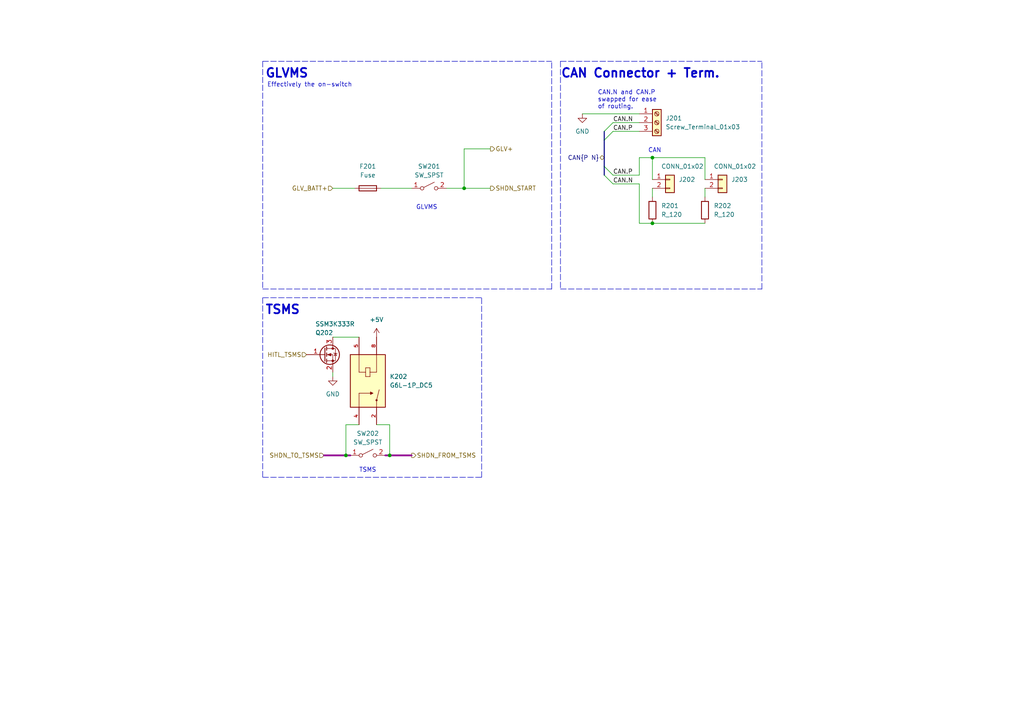
<source format=kicad_sch>
(kicad_sch (version 20211123) (generator eeschema)
  (paper "A4")
  (lib_symbols
    (symbol "Connector:Screw_Terminal_01x03" (pin_names (offset 1.016) hide)
      (property "Reference" "J" (at 0 5.08 0))
      (property "Value" "Screw_Terminal_01x03" (at 0 -5.08 0))
      (symbol "Screw_Terminal_01x03_1_1"
        (rectangle (start -1.27 3.81) (end 1.27 -3.81) (stroke (width 0.254)) (fill (type background)))
        (circle (center 0 -2.54) (radius 0.635) (stroke (width 0.1524)))
        (polyline (pts (xy -0.5334 -2.2098) (xy 0.3302 -3.048)) (stroke (width 0.1524)))
        (polyline (pts (xy -0.5334 0.3302) (xy 0.3302 -0.508)) (stroke (width 0.1524)))
        (polyline (pts (xy -0.5334 2.8702) (xy 0.3302 2.032)) (stroke (width 0.1524)))
        (polyline (pts (xy -0.3556 -2.032) (xy 0.508 -2.8702)) (stroke (width 0.1524)))
        (polyline (pts (xy -0.3556 0.508) (xy 0.508 -0.3302)) (stroke (width 0.1524)))
        (polyline (pts (xy -0.3556 3.048) (xy 0.508 2.2098)) (stroke (width 0.1524)))
        (circle (center 0 0) (radius 0.635) (stroke (width 0.1524)))
        (circle (center 0 2.54) (radius 0.635) (stroke (width 0.1524)))
        (pin passive line (at -5.08 2.54 0) (length 3.81) (name "Pin_1") (number "1"))
        (pin passive line (at -5.08 0 0) (length 3.81) (name "Pin_2") (number "2"))
        (pin passive line (at -5.08 -2.54 0) (length 3.81) (name "Pin_3") (number "3"))
      )
    )
    (symbol "Device:Fuse" (pin_numbers hide) (pin_names (offset 0))
      (property "Reference" "F" (at 2.032 0 90))
      (property "Value" "Fuse" (at -1.905 0 90))
      (symbol "Fuse_0_1"
        (rectangle (start -0.762 -2.54) (end 0.762 2.54) (stroke (width 0.254)))
        (polyline (pts (xy 0 2.54) (xy 0 -2.54)))
      )
      (symbol "Fuse_1_1"
        (pin passive line (at 0 3.81 270) (length 1.27) (name "~") (number "1"))
        (pin passive line (at 0 -3.81 90) (length 1.27) (name "~") (number "2"))
      )
    )
    (symbol "G6L-1P_DC5_2" (pin_names (offset 1.016))
      (property "Reference" "K" (at -7.62 6.35 0))
      (property "Value" "G6L-1P_DC5_2" (at -7.62 -7.62 0))
      (symbol "G6L-1P_DC5_2_0_0"
        (rectangle (start -7.62 -5.08) (end 7.62 5.08) (stroke (width 0.254)) (fill (type background)))
        (polyline (pts (xy -7.62 -2.54) (xy -2.54 -2.54)) (stroke (width 0.1524)))
        (polyline (pts (xy -7.62 2.54) (xy -2.54 2.54)) (stroke (width 0.1524)))
        (polyline (pts (xy -3.81 -0.635) (xy -3.81 0.635)) (stroke (width 0.1524)))
        (polyline (pts (xy -3.81 0.635) (xy -2.54 0.635)) (stroke (width 0.1524)))
        (polyline (pts (xy -2.54 -0.635) (xy -3.81 -0.635)) (stroke (width 0.1524)))
        (polyline (pts (xy -2.54 -0.635) (xy -2.54 -2.54)) (stroke (width 0.1524)))
        (polyline (pts (xy -2.54 0.635) (xy -1.27 0.635)) (stroke (width 0.1524)))
        (polyline (pts (xy -2.54 2.54) (xy -2.54 0.635)) (stroke (width 0.1524)))
        (polyline (pts (xy -1.27 -0.635) (xy -2.54 -0.635)) (stroke (width 0.1524)))
        (polyline (pts (xy -1.27 0.635) (xy -1.27 -0.635)) (stroke (width 0.1524)))
        (polyline (pts (xy 3.556 -2.54) (xy 3.556 0.762)) (stroke (width 0.1524)))
        (polyline (pts (xy 5.588 2.54) (xy 2.54 3.302)) (stroke (width 0.1524)))
        (polyline (pts (xy 7.62 -2.54) (xy 3.556 -2.54)) (stroke (width 0.1524)))
        (polyline (pts (xy 7.62 2.54) (xy 5.588 2.54)) (stroke (width 0.1524)))
        (polyline (pts (xy 3.175 0.762) (xy 3.937 0.762) (xy 3.556 1.524) (xy 3.175 0.762)) (stroke (width 0.1524)) (fill (type outline)))
        (circle (center 5.588 2.54) (radius 0.1524) (stroke (width 0.3048)))
        (pin passive line (at 12.7 2.54 180) (length 5.08) (name "~") (number "2"))
        (pin passive line (at 12.7 -2.54 180) (length 5.08) (name "~") (number "4"))
        (pin passive line (at -12.7 -2.54 0) (length 5.08) (name "~") (number "5"))
        (pin passive line (at -12.7 2.54 0) (length 5.08) (name "~") (number "8"))
      )
    )
    (symbol "Switch:SW_SPST" (pin_names (offset 0) hide)
      (property "Reference" "SW" (at 0 3.175 0))
      (property "Value" "SW_SPST" (at 0 -2.54 0))
      (symbol "SW_SPST_0_0"
        (circle (center -2.032 0) (radius 0.508))
        (polyline (pts (xy -1.524 0.254) (xy 1.524 1.778)))
        (circle (center 2.032 0) (radius 0.508))
      )
      (symbol "SW_SPST_1_1"
        (pin passive line (at -5.08 0 0) (length 2.54) (name "A") (number "1"))
        (pin passive line (at 5.08 0 180) (length 2.54) (name "B") (number "2"))
      )
    )
    (symbol "formula:CONN_01x02" (pin_names (offset 1.016) hide)
      (property "Reference" "J" (at 0 2.54 0))
      (property "Value" "CONN_01x02" (at 0 -5.08 0))
      (symbol "CONN_01x02_1_1"
        (rectangle (start -1.27 -2.413) (end 0 -2.667) (stroke (width 0.1524)))
        (rectangle (start -1.27 0.127) (end 0 -0.127) (stroke (width 0.1524)))
        (rectangle (start -1.27 1.27) (end 1.27 -3.81) (stroke (width 0.254)) (fill (type background)))
        (pin passive line (at -5.08 0 0) (length 3.81) (name "Pin_1") (number "1"))
        (pin passive line (at -5.08 -2.54 0) (length 3.81) (name "Pin_2") (number "2"))
      )
    )
    (symbol "formula:R_120" (pin_numbers hide) (pin_names (offset 0))
      (property "Reference" "R" (at 2.032 0 90))
      (property "Value" "R_120" (at -2.54 0 90))
      (symbol "R_120_0_1"
        (rectangle (start -1.016 -2.54) (end 1.016 2.54) (stroke (width 0.254)))
      )
      (symbol "R_120_1_1"
        (pin passive line (at 0 3.81 270) (length 1.27) (name "~") (number "1"))
        (pin passive line (at 0 -3.81 90) (length 1.27) (name "~") (number "2"))
      )
    )
    (symbol "formula:SSM3K333R" (pin_names (offset 0) hide)
      (property "Reference" "Q" (at 5.08 1.905 0))
      (property "Value" "SSM3K333R" (at 5.08 0 0))
      (symbol "SSM3K333R_0_1"
        (polyline (pts (xy 0.762 -1.778) (xy 2.54 -1.778)))
        (polyline (pts (xy 0.762 -1.27) (xy 0.762 -2.286)) (stroke (width 0.254)))
        (polyline (pts (xy 0.762 0) (xy 2.54 0)))
        (polyline (pts (xy 0.762 0.508) (xy 0.762 -0.508)) (stroke (width 0.254)))
        (polyline (pts (xy 0.762 1.778) (xy 2.54 1.778)))
        (polyline (pts (xy 0.762 2.286) (xy 0.762 1.27)) (stroke (width 0.254)))
        (polyline (pts (xy 2.54 -1.778) (xy 2.54 -2.54)))
        (polyline (pts (xy 2.54 -1.778) (xy 2.54 0)))
        (polyline (pts (xy 2.54 2.54) (xy 2.54 1.778)))
        (polyline (pts (xy 0.254 1.905) (xy 0.254 -1.905) (xy 0.254 -1.905)) (stroke (width 0.254)))
        (polyline (pts (xy 1.016 0) (xy 2.032 0.381) (xy 2.032 -0.381) (xy 1.016 0)) (fill (type outline)))
        (polyline (pts (xy 2.54 -1.778) (xy 3.302 -1.778) (xy 3.302 1.778) (xy 2.54 1.778)))
        (polyline (pts (xy 2.794 0.508) (xy 2.921 0.381) (xy 3.683 0.381) (xy 3.81 0.254)))
        (polyline (pts (xy 3.302 0.381) (xy 2.921 -0.254) (xy 3.683 -0.254) (xy 3.302 0.381)))
        (circle (center 1.651 0) (radius 2.8194) (stroke (width 0.254)))
        (circle (center 2.54 -1.778) (radius 0.2794) (fill (type outline)))
        (circle (center 2.54 1.778) (radius 0.2794) (fill (type outline)))
      )
      (symbol "SSM3K333R_1_1"
        (pin input line (at -5.08 0 0) (length 5.334) (name "G") (number "1"))
        (pin passive line (at 2.54 -5.08 90) (length 2.54) (name "S") (number "2"))
        (pin passive line (at 2.54 5.08 270) (length 2.54) (name "D") (number "3"))
      )
    )
    (symbol "power:+5V" (power) (pin_names (offset 0))
      (property "Value" "+5V" (at 0 3.556 0))
      (symbol "+5V_0_1"
        (polyline (pts (xy -0.762 1.27) (xy 0 2.54)))
        (polyline (pts (xy 0 0) (xy 0 2.54)))
        (polyline (pts (xy 0 2.54) (xy 0.762 1.27)))
      )
      (symbol "+5V_1_1"
        (pin power_in line (at 0 0 90) (length 0) hide (name "+5V") (number "1"))
      )
    )
    (symbol "power:GND" (power) (pin_names (offset 0))
      (property "Value" "GND" (at 0 -3.81 0))
      (symbol "GND_0_1"
        (polyline (pts (xy 0 0) (xy 0 -1.27) (xy 1.27 -1.27) (xy 0 -2.54) (xy -1.27 -1.27) (xy 0 -1.27)))
      )
      (symbol "GND_1_1"
        (pin power_in line (at 0 0 270) (length 0) hide (name "GND") (number "1"))
      )
    )
  )
  (junction (at 113.03 132.08))
  (junction (at 189.23 45.72))
  (junction (at 134.62 54.61))
  (junction (at 189.23 64.77))
  (junction (at 100.33 132.08))
  (bus_entry (at 177.8 53.34) (size -2.54 -2.54))
  (bus_entry (at 175.26 40.64) (size 2.54 -2.54))
  (bus_entry (at 175.26 38.1) (size 2.54 -2.54))
  (bus_entry (at 177.8 50.8) (size -2.54 -2.54))
  (wire (pts (xy 177.8 50.8) (xy 185.42 50.8)))
  (wire (pts (xy 189.23 54.61) (xy 189.23 57.15)))
  (wire (pts (xy 113.03 132.08) (xy 119.38 132.08)) (stroke (width 0.508) (color 132 0 132 1)))
  (wire (pts (xy 168.91 33.02) (xy 185.42 33.02)))
  (wire (pts (xy 189.23 45.72) (xy 189.23 52.07)))
  (wire (pts (xy 129.54 54.61) (xy 134.62 54.61)))
  (bus (pts (xy 175.26 40.64) (xy 175.26 48.26)))
  (wire (pts (xy 185.42 64.77) (xy 189.23 64.77)))
  (wire (pts (xy 134.62 43.18) (xy 142.24 43.18)))
  (polyline (pts (xy 162.56 17.78) (xy 220.98 17.78)))
  (polyline (pts (xy 76.2 138.43) (xy 139.7 138.43)))
  (wire (pts (xy 110.49 54.61) (xy 119.38 54.61)))
  (polyline (pts (xy 76.2 17.78) (xy 160.02 17.78)))
  (wire (pts (xy 185.42 53.34) (xy 185.42 64.77)))
  (wire (pts (xy 100.33 123.19) (xy 100.33 132.08)))
  (polyline (pts (xy 162.56 17.78) (xy 162.56 83.82)))
  (polyline (pts (xy 76.2 17.78) (xy 76.2 83.82)))
  (polyline (pts (xy 160.02 83.82) (xy 160.02 17.78)))
  (polyline (pts (xy 139.7 138.43) (xy 139.7 86.36)))
  (wire (pts (xy 134.62 54.61) (xy 142.24 54.61)))
  (wire (pts (xy 177.8 53.34) (xy 185.42 53.34)))
  (polyline (pts (xy 162.56 83.82) (xy 220.98 83.82)))
  (wire (pts (xy 177.8 35.56) (xy 185.42 35.56)))
  (bus (pts (xy 175.26 38.1) (xy 175.26 40.64)))
  (wire (pts (xy 109.22 123.19) (xy 113.03 123.19)))
  (wire (pts (xy 189.23 45.72) (xy 204.47 45.72)))
  (wire (pts (xy 204.47 45.72) (xy 204.47 52.07)))
  (wire (pts (xy 177.8 38.1) (xy 185.42 38.1)))
  (wire (pts (xy 96.52 107.95) (xy 96.52 109.22)))
  (wire (pts (xy 113.03 123.19) (xy 113.03 132.08)))
  (polyline (pts (xy 220.98 83.82) (xy 220.98 17.78)))
  (polyline (pts (xy 76.2 83.82) (xy 160.02 83.82)))
  (wire (pts (xy 100.33 132.08) (xy 101.6 132.08)) (stroke (width 0.508) (color 132 0 132 1)))
  (wire (pts (xy 185.42 45.72) (xy 189.23 45.72)))
  (wire (pts (xy 111.76 132.08) (xy 113.03 132.08)) (stroke (width 0.508) (color 132 0 132 1)))
  (wire (pts (xy 204.47 54.61) (xy 204.47 57.15)))
  (wire (pts (xy 189.23 64.77) (xy 204.47 64.77)))
  (wire (pts (xy 134.62 54.61) (xy 134.62 43.18)))
  (wire (pts (xy 185.42 50.8) (xy 185.42 45.72)))
  (bus (pts (xy 175.26 48.26) (xy 175.26 50.8)))
  (wire (pts (xy 96.52 54.61) (xy 102.87 54.61)))
  (wire (pts (xy 96.52 97.79) (xy 104.14 97.79)))
  (wire (pts (xy 93.98 132.08) (xy 100.33 132.08)) (stroke (width 0.508) (color 132 0 132 1)))
  (polyline (pts (xy 76.2 86.36) (xy 76.2 138.43)))
  (wire (pts (xy 104.14 123.19) (xy 100.33 123.19)))
  (polyline (pts (xy 76.2 86.36) (xy 139.7 86.36)))
  (text "CAN" (at 187.96 44.45 0) (effects (font (size 1.27 1.27)) (justify left bottom)))
  (text "GLVMS" (at 120.65 60.96 0) (effects (font (size 1.27 1.27)) (justify left bottom)))
  (text "CAN.N and CAN.P\nswapped for ease\nof routing." (at 173.355 31.75 0) (effects (font (size 1.27 1.27)) (justify left bottom)))
  (text "GLVMS" (at 76.835 22.86 0) (effects (font (size 2.54 2.54) bold) (justify left bottom)))
  (text "Effectively the on-switch" (at 77.47 25.4 0) (effects (font (size 1.27 1.27)) (justify left bottom)))
  (text "TSMS" (at 76.835 91.44 0) (effects (font (size 2.54 2.54) bold) (justify left bottom)))
  (text "CAN Connector + Term." (at 162.56 22.86 0) (effects (font (size 2.54 2.54) (thickness 0.508) bold) (justify left bottom)))
  (text "TSMS" (at 104.14 137.16 0) (effects (font (size 1.27 1.27)) (justify left bottom)))
  (label "CAN.P" (at 177.8 50.8 0))
  (label "CAN.N" (at 177.8 53.34 0))
  (label "CAN.N" (at 177.8 35.56 0))
  (label "CAN.P" (at 177.8 38.1 0))
  (hierarchical_label "HITL_TSMS" (shape input) (at 88.9 102.87 180))
  (hierarchical_label "SHDN_TO_TSMS" (shape input) (at 93.98 132.08 180))
  (hierarchical_label "SHDN_START" (shape output) (at 142.24 54.61 0))
  (hierarchical_label "GLV_BATT+" (shape input) (at 96.52 54.61 180))
  (hierarchical_label "SHDN_FROM_TSMS" (shape output) (at 119.38 132.08 0))
  (hierarchical_label "CAN{P N}" (shape bidirectional) (at 175.26 45.72 180))
  (hierarchical_label "GLV+" (shape output) (at 142.24 43.18 0))
  (symbol (lib_name "G6L-1P_DC5_2") (lib_id "formula:G6L-1P_DC5") (at 106.68 110.49 270) (unit 1)
    (property "Reference" "K202" (at 113.03 109.22 90) (effects (justify left)))
    (property "Value" "G6L-1P_DC5" (at 113.03 111.76 90) (effects (justify left)))
    (property "Footprint" "footprints:RELAY_G6L-1P_DC5" (effects hide))
    (property "Datasheet" "https://media.digikey.com/pdf/Data%20Sheets/Omron%20PDFs/G6L.pdf" (effects hide))
    (property "PRICE" "None" (effects hide))
    (property "MP" "G6L-1P-DC24" (effects hide))
    (property "PACKAGE" "None" (effects hide))
    (property "AVAILABILITY" "Unavailable" (effects hide))
    (property "DESCRIPTION" "Telecom Relay SPST-NO (1 Form A) Through Hole" (effects hide))
    (property "MF" "Omron Electronics" (effects hide))
    (property "MPN" "G6L-1P-DC24" (effects hide))
    (property "Manufacturer" "Omron Electronics" (effects hide))
  )
  (symbol (lib_id "power:GND") (at 96.52 109.22 0) (unit 1)
    (property "Reference" "#PWR?" (effects hide))
    (property "Value" "GND" (at 96.52 114.3 0))
  )
  (symbol (lib_id "formula:R_120") (at 204.47 60.96 0) (unit 1)
    (property "Reference" "R202" (at 207.01 59.6899 0) (effects (justify left)))
    (property "Value" "R_120" (at 207.01 62.2299 0) (effects (justify left)))
    (property "Footprint" "footprints:R_0805_OEM" (effects hide))
    (property "Datasheet" "https://www.mouser.com/datasheet/2/315/AOA0000C304-1149620.pdf" (effects hide))
    (property "MFN" "DK" (effects hide))
    (property "MPN" "667-ERJ-6ENF1200V" (effects hide))
    (property "PurchasingLink" "https://www.mouser.com/ProductDetail/Panasonic-Industrial-Devices/ERJ-6ENF1200V?qs=sGAEpiMZZMvdGkrng054t8AJgcdMkx7x%252bFQnctTMUmU%3d" (effects hide))
  )
  (symbol (lib_id "formula:R_120") (at 189.23 60.96 0) (unit 1)
    (property "Reference" "R201" (at 191.77 59.6899 0) (effects (justify left)))
    (property "Value" "R_120" (at 191.77 62.2299 0) (effects (justify left)))
    (property "Footprint" "footprints:R_0805_OEM" (effects hide))
    (property "Datasheet" "https://www.mouser.com/datasheet/2/315/AOA0000C304-1149620.pdf" (effects hide))
    (property "MFN" "DK" (effects hide))
    (property "MPN" "667-ERJ-6ENF1200V" (effects hide))
    (property "PurchasingLink" "https://www.mouser.com/ProductDetail/Panasonic-Industrial-Devices/ERJ-6ENF1200V?qs=sGAEpiMZZMvdGkrng054t8AJgcdMkx7x%252bFQnctTMUmU%3d" (effects hide))
  )
  (symbol (lib_id "power:+5V") (at 109.22 97.79 0) (unit 1)
    (property "Reference" "#PWR?" (effects hide))
    (property "Value" "+5V" (at 109.22 92.71 0))
  )
  (symbol (lib_id "Device:Fuse") (at 106.68 54.61 90) (unit 1)
    (property "Reference" "F201" (at 106.68 48.26 90))
    (property "Value" "Fuse" (at 106.68 50.8 90))
    (property "Footprint" "Fuse:Fuse_1210_3225Metric_Pad1.42x2.65mm_HandSolder" (effects hide))
  )
  (symbol (lib_id "formula:CONN_01x02") (at 194.31 52.07 0) (unit 1)
    (property "Reference" "J202" (at 196.85 52.0699 0) (effects (justify left)))
    (property "Value" "CONN_01x02" (at 191.77 48.26 0) (effects (justify left)))
    (property "Footprint" "footprints:pinheader_1x2" (effects hide))
    (property "Datasheet" "https://katalog.we-online.de/em/datasheet/6130xx11121.pdf" (effects hide))
    (property "MFN" "DK" (effects hide))
    (property "MPN" "732-5315-ND" (effects hide))
  )
  (symbol (lib_id "Connector:Screw_Terminal_01x03") (at 190.5 35.56 0) (unit 1)
    (property "Reference" "J201" (at 193.04 34.2899 0) (effects (justify left)))
    (property "Value" "Screw_Terminal_01x03" (at 193.04 36.8299 0) (effects (justify left)))
    (property "Footprint" "footprints:ScrewPin_1x3" (effects hide))
  )
  (symbol (lib_id "Switch:SW_SPST") (at 106.68 132.08 0) (unit 1)
    (property "Reference" "SW202" (at 106.68 125.73 0))
    (property "Value" "SW_SPST" (at 106.68 128.27 0))
    (property "Footprint" "footprints:SW_100SP1T1B4M2QE" (effects hide))
  )
  (symbol (lib_id "power:GND") (at 168.91 33.02 0) (unit 1)
    (property "Reference" "#PWR?" (effects hide))
    (property "Value" "GND" (at 168.91 38.1 0))
  )
  (symbol (lib_id "formula:SSM3K333R") (at 93.98 102.87 0) (unit 1)
    (property "Reference" "Q202" (at 91.44 96.52 0) (effects (justify left)))
    (property "Value" "SSM3K333R" (at 91.44 93.98 0) (effects (justify left)))
    (property "Footprint" "footprints:SOT-23F" (effects hide))
    (property "Datasheet" "https://drive.google.com/drive/folders/0B-V-iZf33Y4GNzhDQTJZanJRbVk" (effects hide))
    (property "MFN" "DK" (effects hide))
    (property "MPN" "SSM3K333RLFCT-ND" (effects hide))
    (property "PurchasingLink" "https://www.digikey.com/product-detail/en/toshiba-semiconductor-and-storage/SSM3K333RLF/SSM3K333RLFCT-ND/3522391" (effects hide))
  )
  (symbol (lib_id "formula:CONN_01x02") (at 209.55 52.07 0) (unit 1)
    (property "Reference" "J203" (at 212.09 52.0699 0) (effects (justify left)))
    (property "Value" "CONN_01x02" (at 207.01 48.26 0) (effects (justify left)))
    (property "Footprint" "footprints:pinheader_1x2" (effects hide))
    (property "Datasheet" "https://katalog.we-online.de/em/datasheet/6130xx11121.pdf" (effects hide))
    (property "MFN" "DK" (effects hide))
    (property "MPN" "732-5315-ND" (effects hide))
  )
  (symbol (lib_id "Switch:SW_SPST") (at 124.46 54.61 0) (unit 1)
    (property "Reference" "SW201" (at 124.46 48.26 0))
    (property "Value" "SW_SPST" (at 124.46 50.8 0))
    (property "Footprint" "footprints:SW_100SP1T1B4M2QE" (effects hide))
  )
)
</source>
